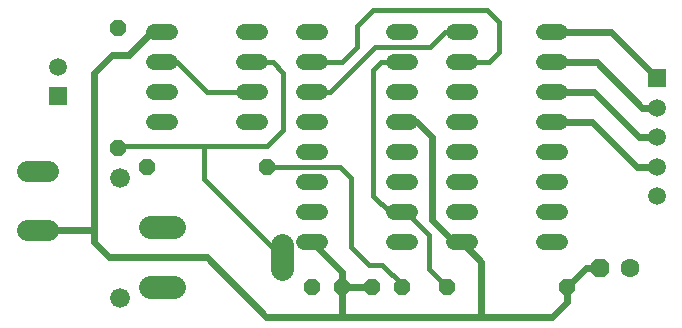
<source format=gbr>
G04 EAGLE Gerber RS-274X export*
G75*
%MOMM*%
%FSLAX34Y34*%
%LPD*%
%INBottom Copper*%
%IPPOS*%
%AMOC8*
5,1,8,0,0,1.08239X$1,22.5*%
G01*
%ADD10P,1.429621X8X202.500000*%
%ADD11P,1.429621X8X22.500000*%
%ADD12C,1.320800*%
%ADD13P,1.429621X8X292.500000*%
%ADD14C,1.981200*%
%ADD15P,1.732040X8X202.500000*%
%ADD16C,1.600200*%
%ADD17C,1.676400*%
%ADD18R,1.508000X1.508000*%
%ADD19C,1.508000*%
%ADD20C,1.790700*%
%ADD21C,0.406400*%
%ADD22C,0.609600*%


D10*
X368300Y38100D03*
X342900Y38100D03*
D11*
X292100Y38100D03*
X317500Y38100D03*
D12*
X171704Y254000D02*
X158496Y254000D01*
X158496Y228600D02*
X171704Y228600D01*
X234696Y228600D02*
X247904Y228600D01*
X247904Y254000D02*
X234696Y254000D01*
X171704Y203200D02*
X158496Y203200D01*
X158496Y177800D02*
X171704Y177800D01*
X234696Y203200D02*
X247904Y203200D01*
X247904Y177800D02*
X234696Y177800D01*
X285496Y254000D02*
X298704Y254000D01*
X298704Y228600D02*
X285496Y228600D01*
X285496Y101600D02*
X298704Y101600D01*
X298704Y76200D02*
X285496Y76200D01*
X285496Y203200D02*
X298704Y203200D01*
X298704Y177800D02*
X285496Y177800D01*
X285496Y127000D02*
X298704Y127000D01*
X298704Y152400D02*
X285496Y152400D01*
X361696Y76200D02*
X374904Y76200D01*
X374904Y101600D02*
X361696Y101600D01*
X361696Y127000D02*
X374904Y127000D01*
X374904Y152400D02*
X361696Y152400D01*
X361696Y177800D02*
X374904Y177800D01*
X374904Y203200D02*
X361696Y203200D01*
X361696Y228600D02*
X374904Y228600D01*
X374904Y254000D02*
X361696Y254000D01*
X412496Y254000D02*
X425704Y254000D01*
X425704Y228600D02*
X412496Y228600D01*
X412496Y101600D02*
X425704Y101600D01*
X425704Y76200D02*
X412496Y76200D01*
X412496Y203200D02*
X425704Y203200D01*
X425704Y177800D02*
X412496Y177800D01*
X412496Y127000D02*
X425704Y127000D01*
X425704Y152400D02*
X412496Y152400D01*
X488696Y76200D02*
X501904Y76200D01*
X501904Y101600D02*
X488696Y101600D01*
X488696Y127000D02*
X501904Y127000D01*
X501904Y152400D02*
X488696Y152400D01*
X488696Y177800D02*
X501904Y177800D01*
X501904Y203200D02*
X488696Y203200D01*
X488696Y228600D02*
X501904Y228600D01*
X501904Y254000D02*
X488696Y254000D01*
D13*
X128270Y257810D03*
X128270Y156210D03*
D11*
X152400Y139700D03*
X254000Y139700D03*
D10*
X508000Y38100D03*
X406400Y38100D03*
D14*
X266700Y53594D02*
X266700Y73406D01*
X175006Y88900D02*
X155194Y88900D01*
X155194Y38100D02*
X175006Y38100D01*
D15*
X535940Y54610D03*
D16*
X561340Y54610D03*
D17*
X129540Y130810D03*
X129540Y29210D03*
D18*
X584200Y215100D03*
D19*
X584200Y190100D03*
X584200Y165100D03*
X584200Y140100D03*
X584200Y115100D03*
D18*
X77470Y199790D03*
D19*
X77470Y224790D03*
D20*
X68644Y136760D02*
X50737Y136760D01*
X50737Y86760D02*
X68644Y86760D01*
D21*
X165100Y228600D02*
X177800Y228600D01*
X203200Y203200D01*
X241300Y203200D01*
X254000Y139700D02*
X316230Y139700D01*
X325120Y130810D01*
X325120Y72390D01*
X340360Y57150D01*
X351790Y57150D01*
X368300Y40640D01*
X368300Y38100D01*
X200660Y157480D02*
X129540Y157480D01*
X128270Y156210D01*
X200660Y157480D02*
X254000Y157480D01*
X267970Y171450D01*
X267970Y219710D01*
X259080Y228600D01*
X241300Y228600D01*
X200660Y129540D02*
X266700Y63500D01*
X200660Y129540D02*
X200660Y157480D01*
D22*
X123190Y234950D02*
X107950Y219710D01*
X123190Y234950D02*
X137160Y234950D01*
X156210Y254000D01*
X165100Y254000D01*
X203200Y63500D02*
X253492Y13208D01*
X508000Y25908D02*
X508000Y38100D01*
X317500Y13208D02*
X253492Y13208D01*
X317500Y13208D02*
X435610Y13208D01*
X495300Y13208D01*
X508000Y25908D01*
X317500Y38100D02*
X317500Y13208D01*
X368300Y177800D02*
X381000Y177800D01*
X393700Y165100D01*
X393700Y95250D02*
X412750Y76200D01*
X419100Y76200D01*
X393700Y95250D02*
X393700Y165100D01*
X419100Y76200D02*
X435610Y59690D01*
X435610Y13208D01*
X203200Y63500D02*
X120650Y63500D01*
X292100Y76200D02*
X317500Y50800D01*
X317500Y38100D01*
X342900Y38100D01*
X508000Y38100D02*
X524510Y54610D01*
X535940Y54610D01*
X120650Y63500D02*
X107950Y76200D01*
X107950Y88900D01*
X107950Y219710D01*
X105810Y86760D02*
X59690Y86760D01*
X105810Y86760D02*
X107950Y88900D01*
D21*
X350520Y228600D02*
X368300Y228600D01*
X350520Y228600D02*
X344170Y222250D01*
X344170Y115570D01*
X358140Y101600D01*
X368300Y101600D01*
X372110Y101600D01*
X391160Y82550D01*
X391160Y53340D02*
X406400Y38100D01*
X391160Y53340D02*
X391160Y82550D01*
X307340Y203200D02*
X292100Y203200D01*
X345440Y241300D02*
X392430Y241300D01*
X405130Y254000D01*
X419100Y254000D01*
X345440Y241300D02*
X307340Y203200D01*
X317500Y228600D02*
X292100Y228600D01*
X317500Y228600D02*
X330200Y241300D01*
X330200Y259080D01*
X344170Y273050D01*
X440690Y273050D02*
X450850Y262890D01*
X450850Y237490D02*
X441960Y228600D01*
X419100Y228600D01*
X440690Y273050D02*
X344170Y273050D01*
X450850Y262890D02*
X450850Y237490D01*
D22*
X495300Y254000D02*
X545300Y254000D01*
X584200Y215100D01*
X533400Y228600D02*
X495300Y228600D01*
X571900Y190100D02*
X584200Y190100D01*
X571900Y190100D02*
X533400Y228600D01*
X530860Y203200D02*
X495300Y203200D01*
X530860Y203200D02*
X568960Y165100D01*
X584200Y165100D01*
X529590Y177800D02*
X495300Y177800D01*
X529590Y177800D02*
X567690Y139700D01*
X583800Y139700D01*
X584200Y140100D01*
M02*

</source>
